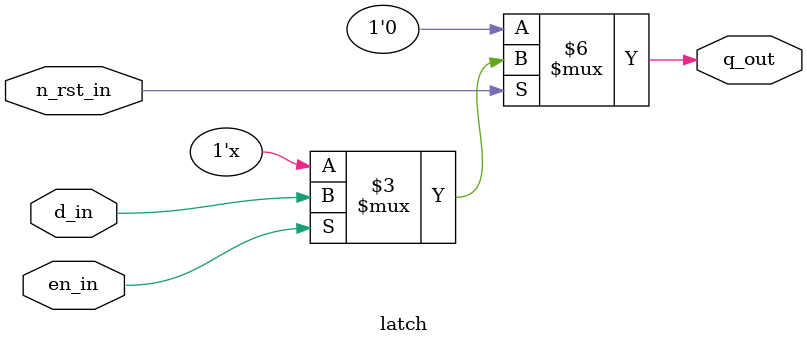
<source format=v>
`default_nettype none

module latch (
    en_in,
    d_in,
    n_rst_in,
    q_out
);

    input wire en_in;
    input wire d_in;
    input wire n_rst_in;
    output reg q_out;

    always @ (
        en_in,
        d_in,
        n_rst_in,
        q_out
    ) begin
        if (~n_rst_in) begin
            q_out <= 0;
        end else if (en_in) begin
            q_out <= d_in;
        end
    end
endmodule

</source>
